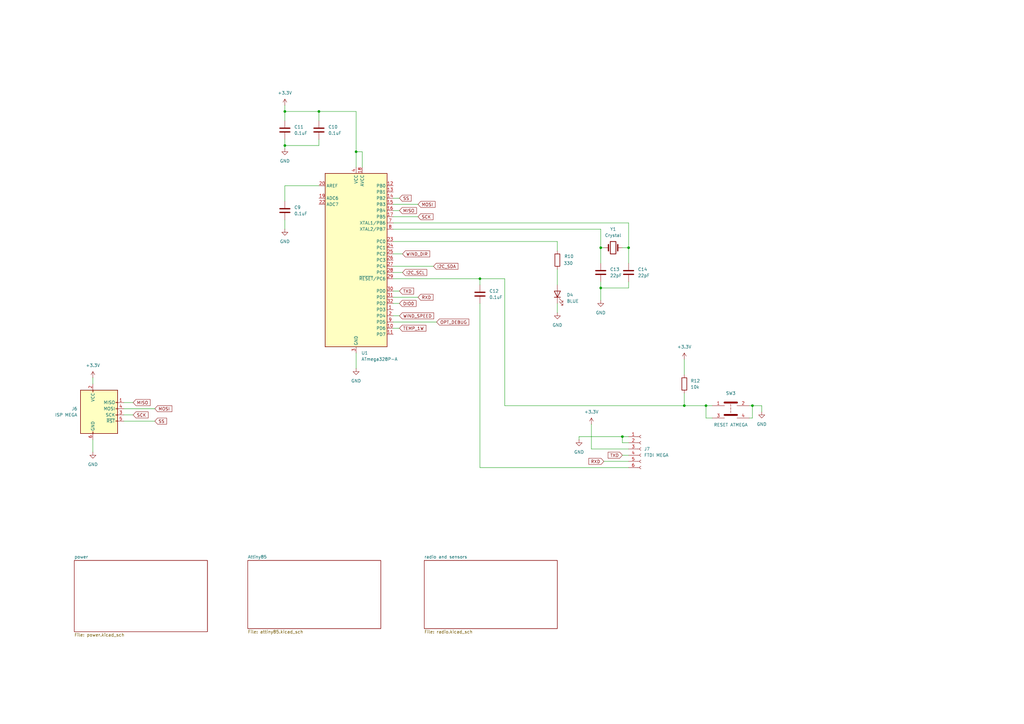
<source format=kicad_sch>
(kicad_sch (version 20250114) (generator "eeschema") (generator_version "9.0")
  (paper "A3")
  (lib_symbols
    (symbol "Connector:AVR-ISP-6" (pin_names (offset 1.016))
      (property "Reference" "J" (at -6.35 11.43 0))
      (property "Value" "AVR-ISP-6" (at 0 11.43 0))
      (symbol "AVR-ISP-6_0_1"
        (rectangle (start -2.667 10.16) (end -2.413 9.398))
        (rectangle (start -2.667 -6.858) (end -2.413 -7.62))
        (rectangle (start 7.62 10.16) (end -7.62 -7.62) (stroke (width 0.254)) (fill (type background)))
        (rectangle (start 7.62 5.207) (end 6.858 4.953))
        (rectangle (start 7.62 2.667) (end 6.858 2.413))
        (rectangle (start 7.62 0.127) (end 6.858 -0.127))
        (rectangle (start 7.62 -2.413) (end 6.858 -2.667))
      )
      (symbol "AVR-ISP-6_1_1"
        (pin passive line (at -2.54 12.7 270) (length 2.54) (name "VCC") (number "2"))
        (pin passive line (at -2.54 -10.16 90) (length 2.54) (name "GND") (number "6"))
        (pin passive line (at 10.16 5.08 180) (length 2.54) (name "MISO") (number "1"))
        (pin passive line (at 10.16 2.54 180) (length 2.54) (name "MOSI") (number "4"))
        (pin passive line (at 10.16 0 180) (length 2.54) (name "SCK") (number "3"))
        (pin passive line (at 10.16 -2.54 180) (length 2.54) (name "~{RST}") (number "5"))
      )
    )
    (symbol "Connector:Conn_01x06_Socket" (pin_names (offset 1.016) (hide yes))
      (property "Reference" "J" (at 0 7.62 0))
      (property "Value" "Conn_01x06_Socket" (at 0 -10.16 0))
      (symbol "Conn_01x06_Socket_1_1"
        (polyline (pts (xy -1.27 5.08) (xy -0.508 5.08)) (stroke (width 0.1524)))
        (polyline (pts (xy -1.27 2.54) (xy -0.508 2.54)) (stroke (width 0.1524)))
        (polyline (pts (xy -1.27 0) (xy -0.508 0)) (stroke (width 0.1524)))
        (polyline (pts (xy -1.27 -2.54) (xy -0.508 -2.54)) (stroke (width 0.1524)))
        (polyline (pts (xy -1.27 -5.08) (xy -0.508 -5.08)) (stroke (width 0.1524)))
        (polyline (pts (xy -1.27 -7.62) (xy -0.508 -7.62)) (stroke (width 0.1524)))
        (arc (start 0 4.572) (mid -0.5058 5.08) (end 0 5.588) (stroke (width 0.1524)))
        (arc (start 0 2.032) (mid -0.5058 2.54) (end 0 3.048) (stroke (width 0.1524)))
        (arc (start 0 -0.508) (mid -0.5058 0) (end 0 0.508) (stroke (width 0.1524)))
        (arc (start 0 -3.048) (mid -0.5058 -2.54) (end 0 -2.032) (stroke (width 0.1524)))
        (arc (start 0 -5.588) (mid -0.5058 -5.08) (end 0 -4.572) (stroke (width 0.1524)))
        (arc (start 0 -8.128) (mid -0.5058 -7.62) (end 0 -7.112) (stroke (width 0.1524)))
        (pin passive line (at -5.08 5.08 0) (length 3.81) (name "Pin_1") (number "1"))
        (pin passive line (at -5.08 2.54 0) (length 3.81) (name "Pin_2") (number "2"))
        (pin passive line (at -5.08 0 0) (length 3.81) (name "Pin_3") (number "3"))
        (pin passive line (at -5.08 -2.54 0) (length 3.81) (name "Pin_4") (number "4"))
        (pin passive line (at -5.08 -5.08 0) (length 3.81) (name "Pin_5") (number "5"))
        (pin passive line (at -5.08 -7.62 0) (length 3.81) (name "Pin_6") (number "6"))
      )
    )
    (symbol "Device:C" (pin_numbers (hide yes)) (pin_names (offset 0.254))
      (property "Reference" "C" (at 0.635 2.54 0))
      (property "Value" "C" (at 0.635 -2.54 0))
      (symbol "C_0_1"
        (polyline (pts (xy -2.032 0.762) (xy 2.032 0.762)) (stroke (width 0.508)))
        (polyline (pts (xy -2.032 -0.762) (xy 2.032 -0.762)) (stroke (width 0.508)))
      )
      (symbol "C_1_1"
        (pin passive line (at 0 3.81 270) (length 2.794) (name "~") (number "1"))
        (pin passive line (at 0 -3.81 90) (length 2.794) (name "~") (number "2"))
      )
    )
    (symbol "Device:Crystal" (pin_numbers (hide yes)) (pin_names (offset 1.016) (hide yes))
      (property "Reference" "Y" (at 0 3.81 0))
      (property "Value" "Crystal" (at 0 -3.81 0))
      (symbol "Crystal_0_1"
        (polyline (pts (xy -2.54 0) (xy -1.905 0)))
        (polyline (pts (xy -1.905 -1.27) (xy -1.905 1.27)) (stroke (width 0.508)))
        (rectangle (start -1.143 2.54) (end 1.143 -2.54) (stroke (width 0.3048)))
        (polyline (pts (xy 1.905 -1.27) (xy 1.905 1.27)) (stroke (width 0.508)))
        (polyline (pts (xy 2.54 0) (xy 1.905 0)))
      )
      (symbol "Crystal_1_1"
        (pin passive line (at -3.81 0 0) (length 1.27) (name "1") (number "1"))
        (pin passive line (at 3.81 0 180) (length 1.27) (name "2") (number "2"))
      )
    )
    (symbol "Device:LED" (pin_numbers (hide yes)) (pin_names (offset 1.016) (hide yes))
      (property "Reference" "D" (at 0 2.54 0))
      (property "Value" "LED" (at 0 -2.54 0))
      (symbol "LED_0_1"
        (polyline (pts (xy -3.048 -0.762) (xy -4.572 -2.286) (xy -3.81 -2.286) (xy -4.572 -2.286) (xy -4.572 -1.524)))
        (polyline (pts (xy -1.778 -0.762) (xy -3.302 -2.286) (xy -2.54 -2.286) (xy -3.302 -2.286) (xy -3.302 -1.524)))
        (polyline (pts (xy -1.27 0) (xy 1.27 0)))
        (polyline (pts (xy -1.27 -1.27) (xy -1.27 1.27)) (stroke (width 0.254)))
        (polyline (pts (xy 1.27 -1.27) (xy 1.27 1.27) (xy -1.27 0) (xy 1.27 -1.27)) (stroke (width 0.254)))
      )
      (symbol "LED_1_1"
        (pin passive line (at -3.81 0 0) (length 2.54) (name "K") (number "1"))
        (pin passive line (at 3.81 0 180) (length 2.54) (name "A") (number "2"))
      )
    )
    (symbol "Device:R" (pin_numbers (hide yes)) (pin_names (offset 0))
      (property "Reference" "R" (at 2.032 0 90))
      (property "Value" "R" (at 0 0 90))
      (symbol "R_0_1"
        (rectangle (start -1.016 -2.54) (end 1.016 2.54) (stroke (width 0.254)))
      )
      (symbol "R_1_1"
        (pin passive line (at 0 3.81 270) (length 1.27) (name "~") (number "1"))
        (pin passive line (at 0 -3.81 90) (length 1.27) (name "~") (number "2"))
      )
    )
    (symbol "MCU_Microchip_ATmega:ATmega328P-A"
      (property "Reference" "U" (at -12.7 36.83 0))
      (property "Value" "ATmega328P-A" (at 2.54 -36.83 0))
      (symbol "ATmega328P-A_0_1"
        (rectangle (start -12.7 -35.56) (end 12.7 35.56) (stroke (width 0.254)) (fill (type background)))
      )
      (symbol "ATmega328P-A_1_1"
        (pin passive line (at -15.24 30.48 0) (length 2.54) (name "AREF") (number "20"))
        (pin input line (at -15.24 25.4 0) (length 2.54) (name "ADC6") (number "19"))
        (pin input line (at -15.24 22.86 0) (length 2.54) (name "ADC7") (number "22"))
        (pin power_in line (at 0 38.1 270) (length 2.54) (name "VCC") (number "4"))
        (pin passive line (at 0 38.1 270) (length 2.54) (hide yes) (name "VCC") (number "6"))
        (pin passive line (at 0 -38.1 90) (length 2.54) (hide yes) (name "GND") (number "21"))
        (pin power_in line (at 0 -38.1 90) (length 2.54) (name "GND") (number "3"))
        (pin passive line (at 0 -38.1 90) (length 2.54) (hide yes) (name "GND") (number "5"))
        (pin power_in line (at 2.54 38.1 270) (length 2.54) (name "AVCC") (number "18"))
        (pin bidirectional line (at 15.24 30.48 180) (length 2.54) (name "PB0") (number "12"))
        (pin bidirectional line (at 15.24 27.94 180) (length 2.54) (name "PB1") (number "13"))
        (pin bidirectional line (at 15.24 25.4 180) (length 2.54) (name "PB2") (number "14"))
        (pin bidirectional line (at 15.24 22.86 180) (length 2.54) (name "PB3") (number "15"))
        (pin bidirectional line (at 15.24 20.32 180) (length 2.54) (name "PB4") (number "16"))
        (pin bidirectional line (at 15.24 17.78 180) (length 2.54) (name "PB5") (number "17"))
        (pin bidirectional line (at 15.24 15.24 180) (length 2.54) (name "XTAL1/PB6") (number "7"))
        (pin bidirectional line (at 15.24 12.7 180) (length 2.54) (name "XTAL2/PB7") (number "8"))
        (pin bidirectional line (at 15.24 7.62 180) (length 2.54) (name "PC0") (number "23"))
        (pin bidirectional line (at 15.24 5.08 180) (length 2.54) (name "PC1") (number "24"))
        (pin bidirectional line (at 15.24 2.54 180) (length 2.54) (name "PC2") (number "25"))
        (pin bidirectional line (at 15.24 0 180) (length 2.54) (name "PC3") (number "26"))
        (pin bidirectional line (at 15.24 -2.54 180) (length 2.54) (name "PC4") (number "27"))
        (pin bidirectional line (at 15.24 -5.08 180) (length 2.54) (name "PC5") (number "28"))
        (pin bidirectional line (at 15.24 -7.62 180) (length 2.54) (name "~{RESET}/PC6") (number "29"))
        (pin bidirectional line (at 15.24 -12.7 180) (length 2.54) (name "PD0") (number "30"))
        (pin bidirectional line (at 15.24 -15.24 180) (length 2.54) (name "PD1") (number "31"))
        (pin bidirectional line (at 15.24 -17.78 180) (length 2.54) (name "PD2") (number "32"))
        (pin bidirectional line (at 15.24 -20.32 180) (length 2.54) (name "PD3") (number "1"))
        (pin bidirectional line (at 15.24 -22.86 180) (length 2.54) (name "PD4") (number "2"))
        (pin bidirectional line (at 15.24 -25.4 180) (length 2.54) (name "PD5") (number "9"))
        (pin bidirectional line (at 15.24 -27.94 180) (length 2.54) (name "PD6") (number "10"))
        (pin bidirectional line (at 15.24 -30.48 180) (length 2.54) (name "PD7") (number "11"))
      )
    )
    (symbol "boan_devices:tactile_SW"
      (property "Reference" "SW" (at -5.334 5.08 0))
      (symbol "tactile_SW_0_1"
        (polyline (pts (xy -7.62 2.54) (xy -2.54 2.54)) (stroke (width 0.762)))
        (polyline (pts (xy -7.62 -2.54) (xy -2.54 -2.54)) (stroke (width 0.762)))
        (polyline (pts (xy -5.0949 0.9879) (xy -5.0949 1.8985)))
        (polyline (pts (xy -5.0756 -0.3759) (xy -5.0756 0.5347)))
        (polyline (pts (xy -5.0534 -1.7019) (xy -5.0534 -0.7913)))
      )
      (symbol "tactile_SW_1_1"
        (pin passive line (at -12.7 1.27 0) (length 5.08) (name "") (number "1"))
        (pin passive line (at -12.7 -3.81 0) (length 5.08) (name "") (number "3"))
        (pin passive line (at 2.54 1.27 180) (length 5.08) (name "") (number "2"))
        (pin passive line (at 2.54 -3.81 180) (length 5.08) (name "") (number "4"))
      )
    )
    (symbol "power:+3.3V" (power) (pin_numbers (hide yes)) (pin_names (offset 0) (hide yes))
      (property "Value" "+3.3V" (at 0 3.556 0))
      (symbol "+3.3V_0_1"
        (polyline (pts (xy -0.762 1.27) (xy 0 2.54)))
        (polyline (pts (xy 0 2.54) (xy 0.762 1.27)))
        (polyline (pts (xy 0 0) (xy 0 2.54)))
      )
      (symbol "+3.3V_1_1"
        (pin power_in line (at 0 0 90) (length 0) (name "~") (number "1"))
      )
    )
    (symbol "power:GND" (power) (pin_numbers (hide yes)) (pin_names (offset 0) (hide yes))
      (property "Value" "GND" (at 0 -3.81 0))
      (symbol "GND_0_1"
        (polyline (pts (xy 0 0) (xy 0 -1.27) (xy 1.27 -1.27) (xy 0 -2.54) (xy -1.27 -1.27) (xy 0 -1.27)))
      )
      (symbol "GND_1_1"
        (pin power_in line (at 0 0 270) (length 0) (name "~") (number "1"))
      )
    )
  )
  (junction (at 308.61 166.37))
  (junction (at 116.84 45.72))
  (junction (at 246.38 118.11))
  (junction (at 146.05 62.23))
  (junction (at 289.56 166.37))
  (junction (at 130.81 45.72))
  (junction (at 246.38 101.6))
  (junction (at 196.85 114.3))
  (junction (at 257.81 101.6))
  (junction (at 280.67 166.37))
  (junction (at 255.27 179.07))
  (junction (at 116.84 59.69))
  (wire (pts (xy 130.81 45.72) (xy 116.84 45.72)))
  (wire (pts (xy 196.85 114.3) (xy 207.01 114.3)))
  (wire (pts (xy 161.29 132.08) (xy 179.07 132.08)))
  (wire (pts (xy 161.29 114.3) (xy 196.85 114.3)))
  (wire (pts (xy 161.29 83.82) (xy 171.45 83.82)))
  (wire (pts (xy 280.67 166.37) (xy 289.56 166.37)))
  (wire (pts (xy 196.85 114.3) (xy 196.85 116.84)))
  (wire (pts (xy 116.84 43.18) (xy 116.84 45.72)))
  (wire (pts (xy 257.81 91.44) (xy 257.81 101.6)))
  (wire (pts (xy 38.1 154.94) (xy 38.1 157.48)))
  (wire (pts (xy 50.8 172.72) (xy 63.5 172.72)))
  (wire (pts (xy 228.6 99.06) (xy 228.6 102.87)))
  (wire (pts (xy 146.05 62.23) (xy 146.05 45.72)))
  (wire (pts (xy 228.6 110.49) (xy 228.6 116.84)))
  (wire (pts (xy 280.67 166.37) (xy 280.67 161.29)))
  (wire (pts (xy 146.05 45.72) (xy 130.81 45.72)))
  (wire (pts (xy 312.42 168.91) (xy 312.42 166.37)))
  (wire (pts (xy 246.38 101.6) (xy 247.65 101.6)))
  (wire (pts (xy 242.57 184.15) (xy 242.57 173.99)))
  (wire (pts (xy 207.01 166.37) (xy 280.67 166.37)))
  (wire (pts (xy 161.29 99.06) (xy 228.6 99.06)))
  (wire (pts (xy 257.81 101.6) (xy 257.81 107.95)))
  (wire (pts (xy 161.29 129.54) (xy 163.83 129.54)))
  (wire (pts (xy 257.81 118.11) (xy 246.38 118.11)))
  (wire (pts (xy 161.29 93.98) (xy 246.38 93.98)))
  (wire (pts (xy 116.84 45.72) (xy 116.84 49.53)))
  (wire (pts (xy 161.29 104.14) (xy 165.1 104.14)))
  (wire (pts (xy 257.81 191.77) (xy 196.85 191.77)))
  (wire (pts (xy 38.1 180.34) (xy 38.1 185.42)))
  (wire (pts (xy 207.01 114.3) (xy 207.01 166.37)))
  (wire (pts (xy 146.05 62.23) (xy 148.59 62.23)))
  (wire (pts (xy 116.84 57.15) (xy 116.84 59.69)))
  (wire (pts (xy 196.85 124.46) (xy 196.85 191.77)))
  (wire (pts (xy 255.27 181.61) (xy 255.27 179.07)))
  (wire (pts (xy 161.29 119.38) (xy 163.83 119.38)))
  (wire (pts (xy 257.81 115.57) (xy 257.81 118.11)))
  (wire (pts (xy 50.8 165.1) (xy 54.61 165.1)))
  (wire (pts (xy 246.38 118.11) (xy 246.38 123.19)))
  (wire (pts (xy 255.27 179.07) (xy 237.49 179.07)))
  (wire (pts (xy 161.29 109.22) (xy 177.8 109.22)))
  (wire (pts (xy 161.29 81.28) (xy 163.83 81.28)))
  (wire (pts (xy 50.8 170.18) (xy 54.61 170.18)))
  (wire (pts (xy 161.29 121.92) (xy 171.45 121.92)))
  (wire (pts (xy 161.29 134.62) (xy 163.83 134.62)))
  (wire (pts (xy 50.8 167.64) (xy 63.5 167.64)))
  (wire (pts (xy 161.29 86.36) (xy 163.83 86.36)))
  (wire (pts (xy 146.05 144.78) (xy 146.05 151.13)))
  (wire (pts (xy 161.29 124.46) (xy 163.83 124.46)))
  (wire (pts (xy 161.29 91.44) (xy 257.81 91.44)))
  (wire (pts (xy 237.49 179.07) (xy 237.49 180.34)))
  (wire (pts (xy 292.1 171.45) (xy 289.56 171.45)))
  (wire (pts (xy 116.84 59.69) (xy 116.84 60.96)))
  (wire (pts (xy 130.81 45.72) (xy 130.81 49.53)))
  (wire (pts (xy 246.38 93.98) (xy 246.38 101.6)))
  (wire (pts (xy 247.65 189.23) (xy 257.81 189.23)))
  (wire (pts (xy 307.34 166.37) (xy 308.61 166.37)))
  (wire (pts (xy 246.38 115.57) (xy 246.38 118.11)))
  (wire (pts (xy 161.29 111.76) (xy 165.1 111.76)))
  (wire (pts (xy 146.05 68.58) (xy 146.05 62.23)))
  (wire (pts (xy 228.6 124.46) (xy 228.6 128.27)))
  (wire (pts (xy 246.38 101.6) (xy 246.38 107.95)))
  (wire (pts (xy 289.56 171.45) (xy 289.56 166.37)))
  (wire (pts (xy 130.81 59.69) (xy 116.84 59.69)))
  (wire (pts (xy 148.59 68.58) (xy 148.59 62.23)))
  (wire (pts (xy 308.61 166.37) (xy 308.61 171.45)))
  (wire (pts (xy 255.27 186.69) (xy 257.81 186.69)))
  (wire (pts (xy 257.81 179.07) (xy 255.27 179.07)))
  (wire (pts (xy 308.61 166.37) (xy 312.42 166.37)))
  (wire (pts (xy 130.81 76.2) (xy 116.84 76.2)))
  (wire (pts (xy 116.84 76.2) (xy 116.84 82.55)))
  (wire (pts (xy 257.81 181.61) (xy 255.27 181.61)))
  (wire (pts (xy 255.27 101.6) (xy 257.81 101.6)))
  (wire (pts (xy 130.81 57.15) (xy 130.81 59.69)))
  (wire (pts (xy 307.34 171.45) (xy 308.61 171.45)))
  (wire (pts (xy 116.84 90.17) (xy 116.84 93.98)))
  (wire (pts (xy 257.81 184.15) (xy 242.57 184.15)))
  (wire (pts (xy 161.29 88.9) (xy 171.45 88.9)))
  (wire (pts (xy 289.56 166.37) (xy 292.1 166.37)))
  (wire (pts (xy 280.67 147.32) (xy 280.67 153.67)))
  (global_label "MOSI" (shape input) (at 171.45 83.82 0) (property "Intersheetrefs" "${INTERSHEET_REFS}" (effects (hide yes))))
  (global_label "OPT_DEBUG" (shape input) (at 179.07 132.08 0) (property "Intersheetrefs" "${INTERSHEET_REFS}" (effects (hide yes))))
  (global_label "RXD" (shape input) (at 247.65 189.23 180) (property "Intersheetrefs" "${INTERSHEET_REFS}" (effects (hide yes))))
  (global_label "WIND_SPEED" (shape input) (at 163.83 129.54 0) (property "Intersheetrefs" "${INTERSHEET_REFS}" (effects (hide yes))))
  (global_label "I2C_SCL" (shape input) (at 165.1 111.76 0) (property "Intersheetrefs" "${INTERSHEET_REFS}" (effects (hide yes))))
  (global_label "RXD" (shape input) (at 171.45 121.92 0) (property "Intersheetrefs" "${INTERSHEET_REFS}" (effects (hide yes))))
  (global_label "SS" (shape input) (at 163.83 81.28 0) (property "Intersheetrefs" "${INTERSHEET_REFS}" (effects (hide yes))))
  (global_label "TEMP_1W" (shape input) (at 163.83 134.62 0) (property "Intersheetrefs" "${INTERSHEET_REFS}" (effects (hide yes))))
  (global_label "I2C_SDA" (shape input) (at 177.8 109.22 0) (property "Intersheetrefs" "${INTERSHEET_REFS}" (effects (hide yes))))
  (global_label "MOSI" (shape input) (at 63.5 167.64 0) (property "Intersheetrefs" "${INTERSHEET_REFS}" (effects (hide yes))))
  (global_label "MISO" (shape input) (at 163.83 86.36 0) (property "Intersheetrefs" "${INTERSHEET_REFS}" (effects (hide yes))))
  (global_label "SCK" (shape input) (at 54.61 170.18 0) (property "Intersheetrefs" "${INTERSHEET_REFS}" (effects (hide yes))))
  (global_label "DIO0" (shape input) (at 163.83 124.46 0) (property "Intersheetrefs" "${INTERSHEET_REFS}" (effects (hide yes))))
  (global_label "TXD" (shape input) (at 163.83 119.38 0) (property "Intersheetrefs" "${INTERSHEET_REFS}" (effects (hide yes))))
  (global_label "SCK" (shape input) (at 171.45 88.9 0) (property "Intersheetrefs" "${INTERSHEET_REFS}" (effects (hide yes))))
  (global_label "TXD" (shape input) (at 255.27 186.69 180) (property "Intersheetrefs" "${INTERSHEET_REFS}" (effects (hide yes))))
  (global_label "SS" (shape input) (at 63.5 172.72 0) (property "Intersheetrefs" "${INTERSHEET_REFS}" (effects (hide yes))))
  (global_label "MISO" (shape input) (at 54.61 165.1 0) (property "Intersheetrefs" "${INTERSHEET_REFS}" (effects (hide yes))))
  (global_label "WIND_DIR" (shape input) (at 165.1 104.14 0) (property "Intersheetrefs" "${INTERSHEET_REFS}" (effects (hide yes))))
  (symbol (lib_id "Device:C") (at 130.81 53.34 0) (unit 1)
    (property "Reference" "C10" (at 134.62 52.0699 0) (effects (justify left)))
    (property "Value" "0.1uF" (at 134.62 54.6099 0) (effects (justify left)))
    (property "Footprint" "Capacitor_SMD:C_0805_2012Metric_Pad1.18x1.45mm_HandSolder" (effects (hide yes)))
    (property "Description" "Unpolarized capacitor" (effects (hide yes)))
  )
  (symbol (lib_id "Device:C") (at 116.84 53.34 0) (unit 1)
    (property "Reference" "C11" (at 120.65 52.0699 0) (effects (justify left)))
    (property "Value" "0.1uF" (at 120.65 54.6099 0) (effects (justify left)))
    (property "Footprint" "Capacitor_SMD:C_0805_2012Metric_Pad1.18x1.45mm_HandSolder" (effects (hide yes)))
    (property "Description" "Unpolarized capacitor" (effects (hide yes)))
  )
  (symbol (lib_id "power:GND") (at 237.49 180.34 0) (unit 1)
    (property "Reference" "#PWR035" (effects (hide yes)))
    (property "Value" "GND" (at 237.49 185.42 0))
    (property "Description" "Power symbol creates a global label with name \"GND\" , ground" (effects (hide yes)))
  )
  (symbol (lib_id "Connector:AVR-ISP-6") (at 40.64 170.18 0) (unit 1)
    (property "Reference" "J6" (at 31.75 167.6399 0) (effects (justify right)))
    (property "Value" "ISP MEGA" (at 31.75 170.1799 0) (effects (justify right)))
    (property "Footprint" "boan_devices:AVR ISP 6p" (effects (hide yes)))
    (property "Description" "Atmel 6-pin ISP connector" (effects (hide yes)))
  )
  (symbol (lib_id "Connector:Conn_01x06_Socket") (at 262.89 184.15 0) (unit 1)
    (property "Reference" "J7" (at 264.16 184.1499 0) (effects (justify left)))
    (property "Value" "FTDI MEGA" (at 264.16 186.6899 0) (effects (justify left)))
    (property "Footprint" "boan_devices:FTDI 6p" (effects (hide yes)))
    (property "Description" "Generic connector, single row, 01x06, script generated" (effects (hide yes)))
  )
  (symbol (lib_id "power:GND") (at 38.1 185.42 0) (unit 1)
    (property "Reference" "#PWR028" (effects (hide yes)))
    (property "Value" "GND" (at 38.1 190.5 0))
    (property "Description" "Power symbol creates a global label with name \"GND\" , ground" (effects (hide yes)))
  )
  (symbol (lib_id "power:GND") (at 228.6 128.27 0) (unit 1)
    (property "Reference" "#PWR036" (effects (hide yes)))
    (property "Value" "GND" (at 228.6 133.35 0))
    (property "Description" "Power symbol creates a global label with name \"GND\" , ground" (effects (hide yes)))
  )
  (symbol (lib_id "power:GND") (at 146.05 151.13 0) (unit 1)
    (property "Reference" "#PWR041" (effects (hide yes)))
    (property "Value" "GND" (at 146.05 156.21 0))
    (property "Description" "Power symbol creates a global label with name \"GND\" , ground" (effects (hide yes)))
  )
  (symbol (lib_id "Device:C") (at 196.85 120.65 0) (unit 1)
    (property "Reference" "C12" (at 200.66 119.3799 0) (effects (justify left)))
    (property "Value" "0.1uF" (at 200.66 121.9199 0) (effects (justify left)))
    (property "Footprint" "Capacitor_SMD:C_0805_2012Metric_Pad1.18x1.45mm_HandSolder" (effects (hide yes)))
    (property "Description" "Unpolarized capacitor" (effects (hide yes)))
  )
  (symbol (lib_id "power:GND") (at 246.38 123.19 0) (unit 1)
    (property "Reference" "#PWR030" (effects (hide yes)))
    (property "Value" "GND" (at 246.38 128.27 0))
    (property "Description" "Power symbol creates a global label with name \"GND\" , ground" (effects (hide yes)))
  )
  (symbol (lib_id "power:+3.3V") (at 242.57 173.99 0) (unit 1)
    (property "Reference" "#PWR034" (effects (hide yes)))
    (property "Value" "+3.3V" (at 242.57 168.91 0))
    (property "Description" "Power symbol creates a global label with name \"+3.3V\"" (effects (hide yes)))
  )
  (symbol (lib_id "power:+3.3V") (at 116.84 43.18 0) (unit 1)
    (property "Reference" "#PWR033" (effects (hide yes)))
    (property "Value" "+3.3V" (at 116.84 38.1 0))
    (property "Description" "Power symbol creates a global label with name \"+3.3V\"" (effects (hide yes)))
  )
  (symbol (lib_id "power:+3.3V") (at 38.1 154.94 0) (unit 1)
    (property "Reference" "#PWR027" (effects (hide yes)))
    (property "Value" "+3.3V" (at 38.1 149.86 0))
    (property "Description" "Power symbol creates a global label with name \"+3.3V\"" (effects (hide yes)))
  )
  (symbol (lib_id "power:GND") (at 116.84 60.96 0) (unit 1)
    (property "Reference" "#PWR031" (effects (hide yes)))
    (property "Value" "GND" (at 116.84 66.04 0))
    (property "Description" "Power symbol creates a global label with name \"GND\" , ground" (effects (hide yes)))
  )
  (symbol (lib_id "MCU_Microchip_ATmega:ATmega328P-A") (at 146.05 106.68 0) (unit 1)
    (property "Reference" "U1" (at 148.1933 144.78 0) (effects (justify left)))
    (property "Value" "ATmega328P-A" (at 148.1933 147.32 0) (effects (justify left)))
    (property "Footprint" "Package_QFP:TQFP-32_7x7mm_P0.8mm" (effects (hide yes)))
    (property "Datasheet" "http://ww1.microchip.com/downloads/en/DeviceDoc/ATmega328_P%20AVR%20MCU%20with%20picoPower%20Technology%20Data%20Sheet%2040001984A.pdf" (effects (hide yes)))
    (property "Description" "20MHz, 32kB Flash, 2kB SRAM, 1kB EEPROM, TQFP-32" (effects (hide yes)))
  )
  (symbol (lib_id "Device:C") (at 116.84 86.36 0) (unit 1)
    (property "Reference" "C9" (at 120.65 85.0899 0) (effects (justify left)))
    (property "Value" "0.1uF" (at 120.65 87.6299 0) (effects (justify left)))
    (property "Footprint" "Capacitor_SMD:C_0805_2012Metric_Pad1.18x1.45mm_HandSolder" (effects (hide yes)))
    (property "Description" "Unpolarized capacitor" (effects (hide yes)))
  )
  (symbol (lib_id "boan_devices:tactile_SW") (at 304.8 167.64 0) (unit 1)
    (property "Reference" "SW3" (at 299.72 161.29 0))
    (property "Value" "RESET ATMEGA" (at 299.72 174.244 0))
    (property "Footprint" "boan_devices:tactile smd 13019319" (effects (hide yes)))
  )
  (symbol (lib_id "Device:C") (at 246.38 111.76 0) (unit 1)
    (property "Reference" "C13" (at 250.19 110.4899 0) (effects (justify left)))
    (property "Value" "22pF" (at 250.19 113.0299 0) (effects (justify left)))
    (property "Footprint" "Capacitor_SMD:C_0805_2012Metric_Pad1.18x1.45mm_HandSolder" (effects (hide yes)))
    (property "Description" "Unpolarized capacitor" (effects (hide yes)))
  )
  (symbol (lib_id "power:+3.3V") (at 280.67 147.32 0) (unit 1)
    (property "Reference" "#PWR039" (effects (hide yes)))
    (property "Value" "+3.3V" (at 280.67 142.24 0))
    (property "Description" "Power symbol creates a global label with name \"+3.3V\"" (effects (hide yes)))
  )
  (symbol (lib_id "Device:LED") (at 228.6 120.65 90) (unit 1)
    (property "Reference" "D4" (at 232.41 120.9674 90) (effects (justify right)))
    (property "Value" "BLUE" (at 232.41 123.5074 90) (effects (justify right)))
    (property "Footprint" "LED_SMD:LED_0805_2012Metric_Pad1.15x1.40mm_HandSolder" (effects (hide yes)))
    (property "Description" "Light emitting diode" (effects (hide yes)))
    (property "Sim.Pins" "1=K 2=A" (effects (hide yes)))
  )
  (symbol (lib_id "Device:Crystal") (at 251.46 101.6 0) (unit 1)
    (property "Reference" "Y1" (at 251.46 93.98 0))
    (property "Value" "Crystal" (at 251.46 96.52 0))
    (property "Footprint" "boan_devices:Crystal SMD FOXSDLF08020" (effects (hide yes)))
    (property "Description" "Two pin crystal" (effects (hide yes)))
  )
  (symbol (lib_id "power:GND") (at 312.42 168.91 0) (unit 1)
    (property "Reference" "#PWR040" (effects (hide yes)))
    (property "Value" "GND" (at 312.42 173.99 0))
    (property "Description" "Power symbol creates a global label with name \"GND\" , ground" (effects (hide yes)))
  )
  (symbol (lib_id "Device:C") (at 257.81 111.76 0) (unit 1)
    (property "Reference" "C14" (at 261.62 110.4899 0) (effects (justify left)))
    (property "Value" "22pF" (at 261.62 113.0299 0) (effects (justify left)))
    (property "Footprint" "Capacitor_SMD:C_0805_2012Metric_Pad1.18x1.45mm_HandSolder" (effects (hide yes)))
    (property "Description" "Unpolarized capacitor" (effects (hide yes)))
  )
  (symbol (lib_id "power:GND") (at 116.84 93.98 0) (unit 1)
    (property "Reference" "#PWR032" (effects (hide yes)))
    (property "Value" "GND" (at 116.84 99.06 0))
    (property "Description" "Power symbol creates a global label with name \"GND\" , ground" (effects (hide yes)))
  )
  (symbol (lib_id "Device:R") (at 280.67 157.48 180) (unit 1)
    (property "Reference" "R12" (at 283.21 156.2099 0) (effects (justify right)))
    (property "Value" "10k" (at 283.21 158.7499 0) (effects (justify right)))
    (property "Footprint" "Resistor_SMD:R_0805_2012Metric_Pad1.20x1.40mm_HandSolder" (effects (hide yes)))
    (property "Description" "Resistor" (effects (hide yes)))
  )
  (symbol (lib_id "Device:R") (at 228.6 106.68 0) (unit 1)
    (property "Reference" "R10" (at 231.394 105.156 0) (effects (justify left)))
    (property "Value" "330" (at 231.14 107.9499 0) (effects (justify left)))
    (property "Footprint" "Resistor_SMD:R_0805_2012Metric_Pad1.20x1.40mm_HandSolder" (effects (hide yes)))
    (property "Description" "Resistor" (effects (hide yes)))
  )
  (sheet (at 173.99 229.87) (size 54.61 27.94) (stroke (width 0.1524))
    (property "Sheetname" "radio and sensors" (at 173.99 229.1584 0) (effects (justify left bottom)))
    (property "Sheetfile" "radio.kicad_sch" (at 173.99 258.3946 0) (effects (justify left top)))
  )
  (sheet (at 101.6 229.87) (size 54.61 27.94) (stroke (width 0.1524))
    (property "Sheetname" "Attiny85" (at 101.6 229.1584 0) (effects (justify left bottom)))
    (property "Sheetfile" "attiny85.kicad_sch" (at 101.6 258.3946 0) (effects (justify left top)))
  )
  (sheet (at 30.48 229.87) (size 54.61 29.21) (stroke (width 0.1524))
    (property "Sheetname" "power" (at 30.48 229.1584 0) (effects (justify left bottom)))
    (property "Sheetfile" "power.kicad_sch" (at 30.48 259.6646 0) (effects (justify left top)))
  )
)
</source>
